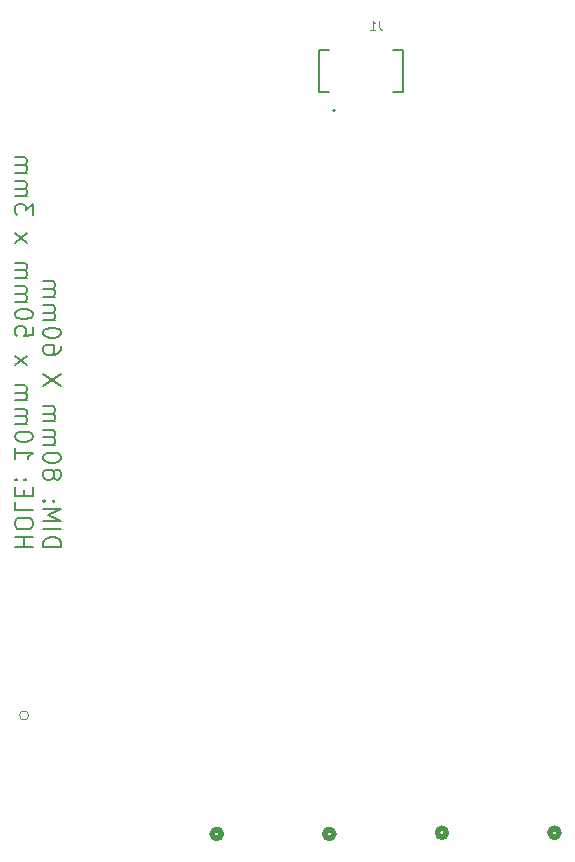
<source format=gbo>
G04 #@! TF.GenerationSoftware,KiCad,Pcbnew,(6.0.11-0)*
G04 #@! TF.CreationDate,2025-05-12T21:09:53-06:00*
G04 #@! TF.ProjectId,DigitalPCB,44696769-7461-46c5-9043-422e6b696361,rev?*
G04 #@! TF.SameCoordinates,Original*
G04 #@! TF.FileFunction,Legend,Bot*
G04 #@! TF.FilePolarity,Positive*
%FSLAX46Y46*%
G04 Gerber Fmt 4.6, Leading zero omitted, Abs format (unit mm)*
G04 Created by KiCad (PCBNEW (6.0.11-0)) date 2025-05-12 21:09:53*
%MOMM*%
%LPD*%
G01*
G04 APERTURE LIST*
%ADD10C,0.200000*%
%ADD11C,0.100000*%
%ADD12C,0.508000*%
%ADD13C,0.120000*%
%ADD14C,0.127000*%
%ADD15C,0.010000*%
%ADD16C,5.600000*%
%ADD17O,1.900000X1.200000*%
%ADD18C,1.450000*%
%ADD19R,1.650000X1.650000*%
%ADD20C,1.650000*%
%ADD21O,3.000000X6.000000*%
%ADD22R,1.700000X1.700000*%
%ADD23O,1.700000X1.700000*%
G04 APERTURE END LIST*
D10*
X53128928Y-100312857D02*
X54628928Y-100312857D01*
X54628928Y-99955714D01*
X54557500Y-99741428D01*
X54414642Y-99598571D01*
X54271785Y-99527142D01*
X53986071Y-99455714D01*
X53771785Y-99455714D01*
X53486071Y-99527142D01*
X53343214Y-99598571D01*
X53200357Y-99741428D01*
X53128928Y-99955714D01*
X53128928Y-100312857D01*
X53128928Y-98812857D02*
X54628928Y-98812857D01*
X53128928Y-98098571D02*
X54628928Y-98098571D01*
X53557500Y-97598571D01*
X54628928Y-97098571D01*
X53128928Y-97098571D01*
X53271785Y-96384285D02*
X53200357Y-96312857D01*
X53128928Y-96384285D01*
X53200357Y-96455714D01*
X53271785Y-96384285D01*
X53128928Y-96384285D01*
X54057500Y-96384285D02*
X53986071Y-96312857D01*
X53914642Y-96384285D01*
X53986071Y-96455714D01*
X54057500Y-96384285D01*
X53914642Y-96384285D01*
X53986071Y-94312857D02*
X54057500Y-94455714D01*
X54128928Y-94527142D01*
X54271785Y-94598571D01*
X54343214Y-94598571D01*
X54486071Y-94527142D01*
X54557500Y-94455714D01*
X54628928Y-94312857D01*
X54628928Y-94027142D01*
X54557500Y-93884285D01*
X54486071Y-93812857D01*
X54343214Y-93741428D01*
X54271785Y-93741428D01*
X54128928Y-93812857D01*
X54057500Y-93884285D01*
X53986071Y-94027142D01*
X53986071Y-94312857D01*
X53914642Y-94455714D01*
X53843214Y-94527142D01*
X53700357Y-94598571D01*
X53414642Y-94598571D01*
X53271785Y-94527142D01*
X53200357Y-94455714D01*
X53128928Y-94312857D01*
X53128928Y-94027142D01*
X53200357Y-93884285D01*
X53271785Y-93812857D01*
X53414642Y-93741428D01*
X53700357Y-93741428D01*
X53843214Y-93812857D01*
X53914642Y-93884285D01*
X53986071Y-94027142D01*
X54628928Y-92812857D02*
X54628928Y-92670000D01*
X54557500Y-92527142D01*
X54486071Y-92455714D01*
X54343214Y-92384285D01*
X54057500Y-92312857D01*
X53700357Y-92312857D01*
X53414642Y-92384285D01*
X53271785Y-92455714D01*
X53200357Y-92527142D01*
X53128928Y-92670000D01*
X53128928Y-92812857D01*
X53200357Y-92955714D01*
X53271785Y-93027142D01*
X53414642Y-93098571D01*
X53700357Y-93170000D01*
X54057500Y-93170000D01*
X54343214Y-93098571D01*
X54486071Y-93027142D01*
X54557500Y-92955714D01*
X54628928Y-92812857D01*
X53128928Y-91670000D02*
X54128928Y-91670000D01*
X53986071Y-91670000D02*
X54057500Y-91598571D01*
X54128928Y-91455714D01*
X54128928Y-91241428D01*
X54057500Y-91098571D01*
X53914642Y-91027142D01*
X53128928Y-91027142D01*
X53914642Y-91027142D02*
X54057500Y-90955714D01*
X54128928Y-90812857D01*
X54128928Y-90598571D01*
X54057500Y-90455714D01*
X53914642Y-90384285D01*
X53128928Y-90384285D01*
X53128928Y-89670000D02*
X54128928Y-89670000D01*
X53986071Y-89670000D02*
X54057500Y-89598571D01*
X54128928Y-89455714D01*
X54128928Y-89241428D01*
X54057500Y-89098571D01*
X53914642Y-89027142D01*
X53128928Y-89027142D01*
X53914642Y-89027142D02*
X54057500Y-88955714D01*
X54128928Y-88812857D01*
X54128928Y-88598571D01*
X54057500Y-88455714D01*
X53914642Y-88384285D01*
X53128928Y-88384285D01*
X54628928Y-86670000D02*
X53128928Y-85670000D01*
X54628928Y-85670000D02*
X53128928Y-86670000D01*
X54628928Y-83312857D02*
X54628928Y-83598571D01*
X54557500Y-83741428D01*
X54486071Y-83812857D01*
X54271785Y-83955714D01*
X53986071Y-84027142D01*
X53414642Y-84027142D01*
X53271785Y-83955714D01*
X53200357Y-83884285D01*
X53128928Y-83741428D01*
X53128928Y-83455714D01*
X53200357Y-83312857D01*
X53271785Y-83241428D01*
X53414642Y-83170000D01*
X53771785Y-83170000D01*
X53914642Y-83241428D01*
X53986071Y-83312857D01*
X54057500Y-83455714D01*
X54057500Y-83741428D01*
X53986071Y-83884285D01*
X53914642Y-83955714D01*
X53771785Y-84027142D01*
X54628928Y-82241428D02*
X54628928Y-82098571D01*
X54557500Y-81955714D01*
X54486071Y-81884285D01*
X54343214Y-81812857D01*
X54057500Y-81741428D01*
X53700357Y-81741428D01*
X53414642Y-81812857D01*
X53271785Y-81884285D01*
X53200357Y-81955714D01*
X53128928Y-82098571D01*
X53128928Y-82241428D01*
X53200357Y-82384285D01*
X53271785Y-82455714D01*
X53414642Y-82527142D01*
X53700357Y-82598571D01*
X54057500Y-82598571D01*
X54343214Y-82527142D01*
X54486071Y-82455714D01*
X54557500Y-82384285D01*
X54628928Y-82241428D01*
X53128928Y-81098571D02*
X54128928Y-81098571D01*
X53986071Y-81098571D02*
X54057500Y-81027142D01*
X54128928Y-80884285D01*
X54128928Y-80670000D01*
X54057500Y-80527142D01*
X53914642Y-80455714D01*
X53128928Y-80455714D01*
X53914642Y-80455714D02*
X54057500Y-80384285D01*
X54128928Y-80241428D01*
X54128928Y-80027142D01*
X54057500Y-79884285D01*
X53914642Y-79812857D01*
X53128928Y-79812857D01*
X53128928Y-79098571D02*
X54128928Y-79098571D01*
X53986071Y-79098571D02*
X54057500Y-79027142D01*
X54128928Y-78884285D01*
X54128928Y-78670000D01*
X54057500Y-78527142D01*
X53914642Y-78455714D01*
X53128928Y-78455714D01*
X53914642Y-78455714D02*
X54057500Y-78384285D01*
X54128928Y-78241428D01*
X54128928Y-78027142D01*
X54057500Y-77884285D01*
X53914642Y-77812857D01*
X53128928Y-77812857D01*
X50713928Y-100312857D02*
X52213928Y-100312857D01*
X51499642Y-100312857D02*
X51499642Y-99455714D01*
X50713928Y-99455714D02*
X52213928Y-99455714D01*
X52213928Y-98455714D02*
X52213928Y-98170000D01*
X52142500Y-98027142D01*
X51999642Y-97884285D01*
X51713928Y-97812857D01*
X51213928Y-97812857D01*
X50928214Y-97884285D01*
X50785357Y-98027142D01*
X50713928Y-98170000D01*
X50713928Y-98455714D01*
X50785357Y-98598571D01*
X50928214Y-98741428D01*
X51213928Y-98812857D01*
X51713928Y-98812857D01*
X51999642Y-98741428D01*
X52142500Y-98598571D01*
X52213928Y-98455714D01*
X50713928Y-96455714D02*
X50713928Y-97170000D01*
X52213928Y-97170000D01*
X51499642Y-95955714D02*
X51499642Y-95455714D01*
X50713928Y-95241428D02*
X50713928Y-95955714D01*
X52213928Y-95955714D01*
X52213928Y-95241428D01*
X50856785Y-94598571D02*
X50785357Y-94527142D01*
X50713928Y-94598571D01*
X50785357Y-94670000D01*
X50856785Y-94598571D01*
X50713928Y-94598571D01*
X51642500Y-94598571D02*
X51571071Y-94527142D01*
X51499642Y-94598571D01*
X51571071Y-94670000D01*
X51642500Y-94598571D01*
X51499642Y-94598571D01*
X50713928Y-91955714D02*
X50713928Y-92812857D01*
X50713928Y-92384285D02*
X52213928Y-92384285D01*
X51999642Y-92527142D01*
X51856785Y-92670000D01*
X51785357Y-92812857D01*
X52213928Y-91027142D02*
X52213928Y-90884285D01*
X52142500Y-90741428D01*
X52071071Y-90670000D01*
X51928214Y-90598571D01*
X51642500Y-90527142D01*
X51285357Y-90527142D01*
X50999642Y-90598571D01*
X50856785Y-90670000D01*
X50785357Y-90741428D01*
X50713928Y-90884285D01*
X50713928Y-91027142D01*
X50785357Y-91170000D01*
X50856785Y-91241428D01*
X50999642Y-91312857D01*
X51285357Y-91384285D01*
X51642500Y-91384285D01*
X51928214Y-91312857D01*
X52071071Y-91241428D01*
X52142500Y-91170000D01*
X52213928Y-91027142D01*
X50713928Y-89884285D02*
X51713928Y-89884285D01*
X51571071Y-89884285D02*
X51642500Y-89812857D01*
X51713928Y-89670000D01*
X51713928Y-89455714D01*
X51642500Y-89312857D01*
X51499642Y-89241428D01*
X50713928Y-89241428D01*
X51499642Y-89241428D02*
X51642500Y-89170000D01*
X51713928Y-89027142D01*
X51713928Y-88812857D01*
X51642500Y-88670000D01*
X51499642Y-88598571D01*
X50713928Y-88598571D01*
X50713928Y-87884285D02*
X51713928Y-87884285D01*
X51571071Y-87884285D02*
X51642500Y-87812857D01*
X51713928Y-87670000D01*
X51713928Y-87455714D01*
X51642500Y-87312857D01*
X51499642Y-87241428D01*
X50713928Y-87241428D01*
X51499642Y-87241428D02*
X51642500Y-87170000D01*
X51713928Y-87027142D01*
X51713928Y-86812857D01*
X51642500Y-86670000D01*
X51499642Y-86598571D01*
X50713928Y-86598571D01*
X50713928Y-84884285D02*
X51713928Y-84098571D01*
X51713928Y-84884285D02*
X50713928Y-84098571D01*
X52213928Y-81670000D02*
X52213928Y-82384285D01*
X51499642Y-82455714D01*
X51571071Y-82384285D01*
X51642500Y-82241428D01*
X51642500Y-81884285D01*
X51571071Y-81741428D01*
X51499642Y-81670000D01*
X51356785Y-81598571D01*
X50999642Y-81598571D01*
X50856785Y-81670000D01*
X50785357Y-81741428D01*
X50713928Y-81884285D01*
X50713928Y-82241428D01*
X50785357Y-82384285D01*
X50856785Y-82455714D01*
X52213928Y-80670000D02*
X52213928Y-80527142D01*
X52142500Y-80384285D01*
X52071071Y-80312857D01*
X51928214Y-80241428D01*
X51642500Y-80170000D01*
X51285357Y-80170000D01*
X50999642Y-80241428D01*
X50856785Y-80312857D01*
X50785357Y-80384285D01*
X50713928Y-80527142D01*
X50713928Y-80670000D01*
X50785357Y-80812857D01*
X50856785Y-80884285D01*
X50999642Y-80955714D01*
X51285357Y-81027142D01*
X51642500Y-81027142D01*
X51928214Y-80955714D01*
X52071071Y-80884285D01*
X52142500Y-80812857D01*
X52213928Y-80670000D01*
X50713928Y-79527142D02*
X51713928Y-79527142D01*
X51571071Y-79527142D02*
X51642500Y-79455714D01*
X51713928Y-79312857D01*
X51713928Y-79098571D01*
X51642500Y-78955714D01*
X51499642Y-78884285D01*
X50713928Y-78884285D01*
X51499642Y-78884285D02*
X51642500Y-78812857D01*
X51713928Y-78670000D01*
X51713928Y-78455714D01*
X51642500Y-78312857D01*
X51499642Y-78241428D01*
X50713928Y-78241428D01*
X50713928Y-77527142D02*
X51713928Y-77527142D01*
X51571071Y-77527142D02*
X51642500Y-77455714D01*
X51713928Y-77312857D01*
X51713928Y-77098571D01*
X51642500Y-76955714D01*
X51499642Y-76884285D01*
X50713928Y-76884285D01*
X51499642Y-76884285D02*
X51642500Y-76812857D01*
X51713928Y-76670000D01*
X51713928Y-76455714D01*
X51642500Y-76312857D01*
X51499642Y-76241428D01*
X50713928Y-76241428D01*
X50713928Y-74527142D02*
X51713928Y-73741428D01*
X51713928Y-74527142D02*
X50713928Y-73741428D01*
X52213928Y-72170000D02*
X52213928Y-71241428D01*
X51642500Y-71741428D01*
X51642500Y-71527142D01*
X51571071Y-71384285D01*
X51499642Y-71312857D01*
X51356785Y-71241428D01*
X50999642Y-71241428D01*
X50856785Y-71312857D01*
X50785357Y-71384285D01*
X50713928Y-71527142D01*
X50713928Y-71955714D01*
X50785357Y-72098571D01*
X50856785Y-72170000D01*
X50713928Y-70598571D02*
X51713928Y-70598571D01*
X51571071Y-70598571D02*
X51642500Y-70527142D01*
X51713928Y-70384285D01*
X51713928Y-70170000D01*
X51642500Y-70027142D01*
X51499642Y-69955714D01*
X50713928Y-69955714D01*
X51499642Y-69955714D02*
X51642500Y-69884285D01*
X51713928Y-69741428D01*
X51713928Y-69527142D01*
X51642500Y-69384285D01*
X51499642Y-69312857D01*
X50713928Y-69312857D01*
X50713928Y-68598571D02*
X51713928Y-68598571D01*
X51571071Y-68598571D02*
X51642500Y-68527142D01*
X51713928Y-68384285D01*
X51713928Y-68170000D01*
X51642500Y-68027142D01*
X51499642Y-67955714D01*
X50713928Y-67955714D01*
X51499642Y-67955714D02*
X51642500Y-67884285D01*
X51713928Y-67741428D01*
X51713928Y-67527142D01*
X51642500Y-67384285D01*
X51499642Y-67312857D01*
X50713928Y-67312857D01*
D11*
X81550000Y-55739285D02*
X81550000Y-56275000D01*
X81585714Y-56382142D01*
X81657142Y-56453571D01*
X81764285Y-56489285D01*
X81835714Y-56489285D01*
X80800000Y-56489285D02*
X81228571Y-56489285D01*
X81014285Y-56489285D02*
X81014285Y-55739285D01*
X81085714Y-55846428D01*
X81157142Y-55917857D01*
X81228571Y-55953571D01*
D12*
X96778798Y-124498500D02*
G75*
G03*
X96778798Y-124498500I-381000J0D01*
G01*
X68183850Y-124598500D02*
G75*
G03*
X68183850Y-124598500I-381000J0D01*
G01*
X87247148Y-124498500D02*
G75*
G03*
X87247148Y-124498500I-381000J0D01*
G01*
D13*
X51872330Y-114566300D02*
G75*
G03*
X51872330Y-114566300I-381000J0D01*
G01*
D12*
X77715499Y-124598500D02*
G75*
G03*
X77715499Y-124598500I-381000J0D01*
G01*
D14*
X83550000Y-61800000D02*
X82720000Y-61800000D01*
X82720000Y-58200000D02*
X83550000Y-58200000D01*
X76450000Y-58200000D02*
X77280000Y-58200000D01*
X83550000Y-58200000D02*
X83550000Y-61800000D01*
X77280000Y-61800000D02*
X76450000Y-61800000D01*
X76450000Y-61800000D02*
X76450000Y-58200000D01*
D10*
X77850000Y-63350000D02*
G75*
G03*
X77850000Y-63350000I-100000J0D01*
G01*
%LPC*%
G36*
X79950000Y-62650000D02*
G01*
X79550000Y-62650000D01*
X79550000Y-60950000D01*
X79950000Y-60950000D01*
X79950000Y-62650000D01*
G37*
D15*
X79950000Y-62650000D02*
X79550000Y-62650000D01*
X79550000Y-60950000D01*
X79950000Y-60950000D01*
X79950000Y-62650000D01*
G36*
X82450000Y-62650000D02*
G01*
X82050000Y-62650000D01*
X82050000Y-60950000D01*
X82450000Y-60950000D01*
X82450000Y-62650000D01*
G37*
X82450000Y-62650000D02*
X82050000Y-62650000D01*
X82050000Y-60950000D01*
X82450000Y-60950000D01*
X82450000Y-62650000D01*
G36*
X78950000Y-59050000D02*
G01*
X78550000Y-59050000D01*
X78550000Y-57350000D01*
X78950000Y-57350000D01*
X78950000Y-59050000D01*
G37*
X78950000Y-59050000D02*
X78550000Y-59050000D01*
X78550000Y-57350000D01*
X78950000Y-57350000D01*
X78950000Y-59050000D01*
G36*
X78950000Y-62650000D02*
G01*
X78550000Y-62650000D01*
X78550000Y-60950000D01*
X78950000Y-60950000D01*
X78950000Y-62650000D01*
G37*
X78950000Y-62650000D02*
X78550000Y-62650000D01*
X78550000Y-60950000D01*
X78950000Y-60950000D01*
X78950000Y-62650000D01*
G36*
X82450000Y-59050000D02*
G01*
X82050000Y-59050000D01*
X82050000Y-57350000D01*
X82450000Y-57350000D01*
X82450000Y-59050000D01*
G37*
X82450000Y-59050000D02*
X82050000Y-59050000D01*
X82050000Y-57350000D01*
X82450000Y-57350000D01*
X82450000Y-59050000D01*
G36*
X79950000Y-59050000D02*
G01*
X79550000Y-59050000D01*
X79550000Y-57350000D01*
X79950000Y-57350000D01*
X79950000Y-59050000D01*
G37*
X79950000Y-59050000D02*
X79550000Y-59050000D01*
X79550000Y-57350000D01*
X79950000Y-57350000D01*
X79950000Y-59050000D01*
G36*
X80950000Y-62650000D02*
G01*
X80550000Y-62650000D01*
X80550000Y-60950000D01*
X80950000Y-60950000D01*
X80950000Y-62650000D01*
G37*
X80950000Y-62650000D02*
X80550000Y-62650000D01*
X80550000Y-60950000D01*
X80950000Y-60950000D01*
X80950000Y-62650000D01*
G36*
X77950000Y-59050000D02*
G01*
X77550000Y-59050000D01*
X77550000Y-57350000D01*
X77950000Y-57350000D01*
X77950000Y-59050000D01*
G37*
X77950000Y-59050000D02*
X77550000Y-59050000D01*
X77550000Y-57350000D01*
X77950000Y-57350000D01*
X77950000Y-59050000D01*
G36*
X81950000Y-59050000D02*
G01*
X81550000Y-59050000D01*
X81550000Y-57350000D01*
X81950000Y-57350000D01*
X81950000Y-59050000D01*
G37*
X81950000Y-59050000D02*
X81550000Y-59050000D01*
X81550000Y-57350000D01*
X81950000Y-57350000D01*
X81950000Y-59050000D01*
G36*
X78450000Y-59050000D02*
G01*
X78050000Y-59050000D01*
X78050000Y-57350000D01*
X78450000Y-57350000D01*
X78450000Y-59050000D01*
G37*
X78450000Y-59050000D02*
X78050000Y-59050000D01*
X78050000Y-57350000D01*
X78450000Y-57350000D01*
X78450000Y-59050000D01*
G36*
X80950000Y-59050000D02*
G01*
X80550000Y-59050000D01*
X80550000Y-57350000D01*
X80950000Y-57350000D01*
X80950000Y-59050000D01*
G37*
X80950000Y-59050000D02*
X80550000Y-59050000D01*
X80550000Y-57350000D01*
X80950000Y-57350000D01*
X80950000Y-59050000D01*
G36*
X78450000Y-62650000D02*
G01*
X78050000Y-62650000D01*
X78050000Y-60950000D01*
X78450000Y-60950000D01*
X78450000Y-62650000D01*
G37*
X78450000Y-62650000D02*
X78050000Y-62650000D01*
X78050000Y-60950000D01*
X78450000Y-60950000D01*
X78450000Y-62650000D01*
G36*
X80450000Y-59050000D02*
G01*
X80050000Y-59050000D01*
X80050000Y-57350000D01*
X80450000Y-57350000D01*
X80450000Y-59050000D01*
G37*
X80450000Y-59050000D02*
X80050000Y-59050000D01*
X80050000Y-57350000D01*
X80450000Y-57350000D01*
X80450000Y-59050000D01*
G36*
X77950000Y-62650000D02*
G01*
X77550000Y-62650000D01*
X77550000Y-60950000D01*
X77950000Y-60950000D01*
X77950000Y-62650000D01*
G37*
X77950000Y-62650000D02*
X77550000Y-62650000D01*
X77550000Y-60950000D01*
X77950000Y-60950000D01*
X77950000Y-62650000D01*
G36*
X81950000Y-62650000D02*
G01*
X81550000Y-62650000D01*
X81550000Y-60950000D01*
X81950000Y-60950000D01*
X81950000Y-62650000D01*
G37*
X81950000Y-62650000D02*
X81550000Y-62650000D01*
X81550000Y-60950000D01*
X81950000Y-60950000D01*
X81950000Y-62650000D01*
G36*
X79450000Y-59050000D02*
G01*
X79050000Y-59050000D01*
X79050000Y-57350000D01*
X79450000Y-57350000D01*
X79450000Y-59050000D01*
G37*
X79450000Y-59050000D02*
X79050000Y-59050000D01*
X79050000Y-57350000D01*
X79450000Y-57350000D01*
X79450000Y-59050000D01*
G36*
X81450000Y-59050000D02*
G01*
X81050000Y-59050000D01*
X81050000Y-57350000D01*
X81450000Y-57350000D01*
X81450000Y-59050000D01*
G37*
X81450000Y-59050000D02*
X81050000Y-59050000D01*
X81050000Y-57350000D01*
X81450000Y-57350000D01*
X81450000Y-59050000D01*
G36*
X80450000Y-62650000D02*
G01*
X80050000Y-62650000D01*
X80050000Y-60950000D01*
X80450000Y-60950000D01*
X80450000Y-62650000D01*
G37*
X80450000Y-62650000D02*
X80050000Y-62650000D01*
X80050000Y-60950000D01*
X80450000Y-60950000D01*
X80450000Y-62650000D01*
G36*
X81450000Y-62650000D02*
G01*
X81050000Y-62650000D01*
X81050000Y-60950000D01*
X81450000Y-60950000D01*
X81450000Y-62650000D01*
G37*
X81450000Y-62650000D02*
X81050000Y-62650000D01*
X81050000Y-60950000D01*
X81450000Y-60950000D01*
X81450000Y-62650000D01*
G36*
X79450000Y-62650000D02*
G01*
X79050000Y-62650000D01*
X79050000Y-60950000D01*
X79450000Y-60950000D01*
X79450000Y-62650000D01*
G37*
X79450000Y-62650000D02*
X79050000Y-62650000D01*
X79050000Y-60950000D01*
X79450000Y-60950000D01*
X79450000Y-62650000D01*
D16*
X55000000Y-65000000D03*
D17*
X107537500Y-102000000D03*
X107537500Y-109000000D03*
D18*
X104837500Y-103000000D03*
X104837500Y-108000000D03*
D19*
X82500000Y-119500000D03*
D20*
X77500000Y-119500000D03*
X82500000Y-105000000D03*
X77500000Y-105000000D03*
X80000000Y-105000000D03*
D21*
X85700000Y-112500000D03*
X74300000Y-112500000D03*
D16*
X105000000Y-55000000D03*
D22*
X56780000Y-127900000D03*
D23*
X59320000Y-127900000D03*
X61860000Y-127900000D03*
X64400000Y-127900000D03*
D16*
X105000000Y-65000000D03*
X55000000Y-55000000D03*
M02*

</source>
